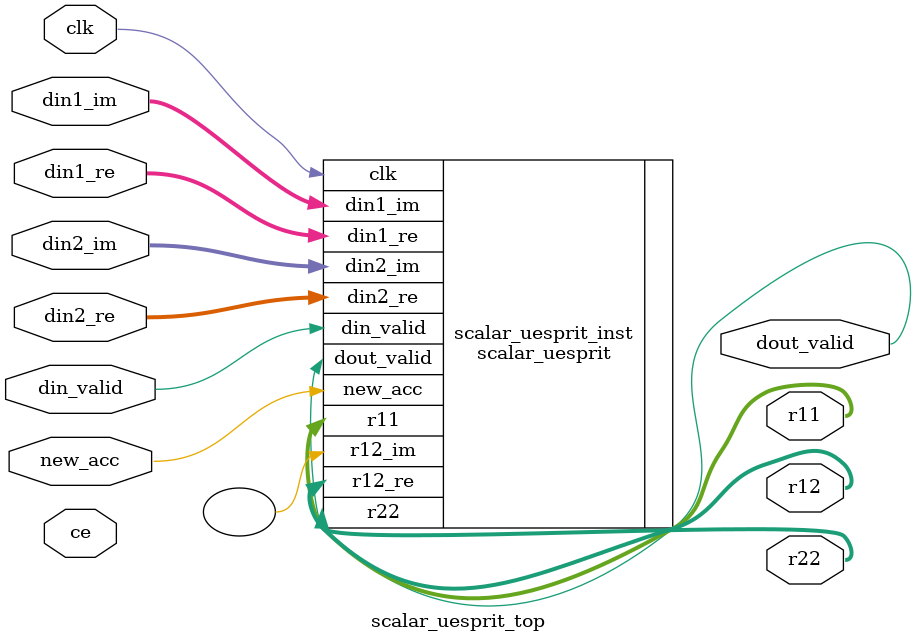
<source format=v>

module scalar_uesprit_top #(
    parameter DIN_WIDTH = 18,
    parameter DIN_POINT = 17,
    parameter ACC_WIDTH = 18,
    parameter ACC_POINT = 17,
    parameter DOUT_WIDTH = 32
) (
    input wire clk,
    input wire ce,

    input wire signed [17:0] din1_re, din1_im,
    input wire signed [17:0] din2_re, din2_im,
    input wire din_valid,
    
    input wire new_acc,
    
    output wire [31:0] r11, r22, r12,
    output wire dout_valid
);


scalar_uesprit #(
    .DIN_WIDTH(DIN_WIDTH),
    .DIN_POINT(DIN_POINT),
    .ACC_WIDTH(ACC_WIDTH),
    .ACC_POINT(ACC_POINT),
    .DOUT_WIDTH(DOUT_WIDTH),
) scalar_uesprit_inst (
    .clk(clk),
    .new_acc(new_acc),
    .din1_re(din1_re),
    .din1_im(din1_im),
    .din2_re(din2_re),
    .din2_im(din2_im),
    .din_valid(din_valid),
    .r11(r11),
    .r22(r22),
    .r12_re(r12),
    .r12_im(),
    .dout_valid(dout_valid)
);


endmodule

</source>
